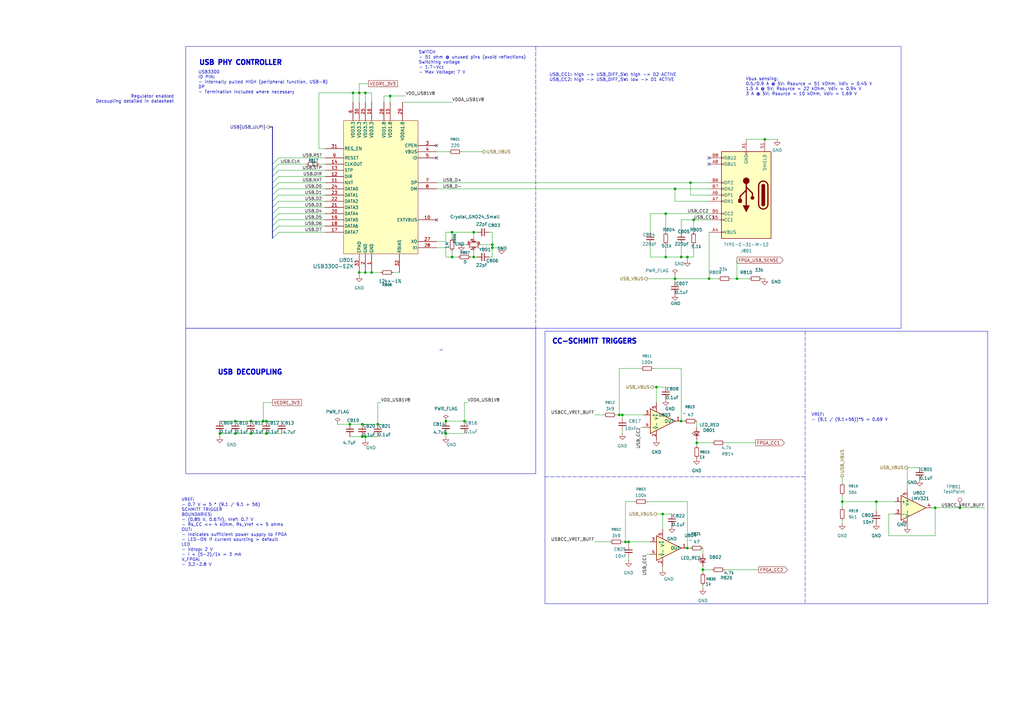
<source format=kicad_sch>
(kicad_sch (version 20250114) (generator "eeschema") (generator_version "9.0")
  (paper "A3")
  (rectangle (start 76.2 134.62) (end 219.71 194.31))
  (rectangle (start 223.52 135.89) (end 405.13 247.65))
  (rectangle (start 76.2 19.05) (end 369.57 134.62))
  (text "Vbus sensing: \n0.5/0.9 A @ 5V: Rsource = 51 kOhm, Vdiv = 0.45 V\n1.5 A @ 5V: Rsource = 22 kOhm, Vdiv = 0.94 V\n3 A @ 5V: Rsource = 10 kOhm, Vdiv = 1.69 V" (at 305.816 39.37 0) (effects (font (size 1.27 1.27)) (justify left bottom)))
  (text "VREF:\n- (9.1 / (9.1+56))*5 = 0.69 V\n" (at 332.74 172.974 0) (effects (font (size 1.27 1.27)) (justify left bottom)))
  (text "USB3300\nID PIN: \n- internally pulled HIGH (peripheral function, USB-B)\nDP\n- Termination included where necessary" (at 81.28 38.608 0) (effects (font (size 1.27 1.27)) (justify left bottom)))
  (text "USB_CC1: high -> USB_DIFF_SW: high -> D2 ACTIVE\nUSB_CC2: high -> USB_DIFF_SW: low -> D1 ACTIVE" (at 225.298 33.528 0) (effects (font (size 1.27 1.27)) (justify left bottom)))
  (text "VREF:\n- 0.7 V = 5 * (9.1 / 9.1 + 56)\nSCHMITT TRIGGER\nBOUNDARIES:\n- (0.85 V, 0.67V), Vref: 0.7 V\n- Rs_CC <= 4 kOhm, Rs_Vref <= 5 ohms\nOUT:\n- Indicates sufficient power supply to FPGA\n- LED-ON if current sourcing > default\nLED\n- Vdrop: 2 V\n- I = (5-2)/1k = 3 mA\nV_FPGA:\n- 3.2-2.8 V" (at 74.422 232.41 0) (effects (font (size 1.27 1.27)) (justify left bottom)))
  (text "Regulator enabled\nDecoupling detailed in datasheet" (at 71.374 42.418 0) (effects (font (size 1.27 1.27)) (justify right bottom)))
  (text "SWITCH\n- 51 ohm @ unused pins (avoid reflections)\nSwitching voltage\n- 1.7-Vcc\n- Max Voltage: 7 V" (at 171.704 30.48 0) (effects (font (size 1.27 1.27)) (justify left bottom)))
  (text_box "USB PHY CONTROLLER" (at 80.01 22.86 0) (size 48.26 5.08) (margins 1.4999 1.4999 1.4999 1.4999) (stroke (width -0.0001)) (effects (font (size 2 2) (thickness 2) (bold yes)) (justify left top)))
  (text_box "USB DECOUPLING" (at 87.63 149.86 0) (size 48.26 5.08) (margins 1.4999 1.4999 1.4999 1.4999) (stroke (width -0.0001)) (effects (font (size 2 2) (thickness 2) (bold yes)) (justify left top)))
  (text_box "CC-SCHMITT TRIGGERS" (at 224.79 137.16 0) (size 48.26 5.08) (margins 1.4999 1.4999 1.4999 1.4999) (stroke (width -0.0001)) (effects (font (size 2 2) (thickness 2) (bold yes)) (justify left top)))
  (junction (at 182.88 177.8))
  (junction (at 281.94 105.41))
  (junction (at 96.52 172.72))
  (junction (at 313.69 57.15))
  (junction (at 96.52 177.8))
  (junction (at 273.05 105.41))
  (junction (at 279.4 105.41))
  (junction (at 285.75 181.61))
  (junction (at 201.93 101.6))
  (junction (at 393.7 208.28))
  (junction (at 302.26 114.3))
  (junction (at 283.21 74.93))
  (junction (at 149.86 111.76))
  (junction (at 194.31 105.41))
  (junction (at 345.44 205.74))
  (junction (at 148.59 173.99))
  (junction (at 109.22 177.8))
  (junction (at 148.59 179.07))
  (junction (at 359.41 205.74))
  (junction (at 102.87 172.72))
  (junction (at 288.29 233.68))
  (junction (at 194.31 95.25))
  (junction (at 147.32 38.1))
  (junction (at 279.4 172.72))
  (junction (at 185.42 95.25))
  (junction (at 190.5 172.72))
  (junction (at 201.93 100.33))
  (junction (at 143.51 173.99))
  (junction (at 102.87 177.8))
  (junction (at 256.54 222.25))
  (junction (at 257.81 222.25))
  (junction (at 147.32 111.76))
  (junction (at 281.94 224.79))
  (junction (at 144.78 38.1))
  (junction (at 182.88 172.72))
  (junction (at 152.4 111.76))
  (junction (at 255.27 170.18))
  (junction (at 107.95 172.72))
  (junction (at 276.86 77.47))
  (junction (at 154.94 173.99))
  (junction (at 273.05 87.63))
  (junction (at 271.78 210.82))
  (junction (at 149.86 38.1))
  (junction (at 269.24 158.75))
  (junction (at 290.83 114.3))
  (junction (at 90.17 177.8))
  (junction (at 149.86 179.07))
  (junction (at 109.22 172.72))
  (junction (at 276.86 114.3))
  (junction (at 254 170.18))
  (junction (at 383.54 208.28))
  (junction (at 185.42 105.41))
  (junction (at 160.02 39.37))
  (junction (at 284.48 90.17))
  (no_connect (at 290.83 64.77))
  (no_connect (at 179.07 59.69))
  (no_connect (at 290.83 67.31))
  (no_connect (at 179.07 64.77))
  (no_connect (at 179.07 90.17))
  (bus_entry (at 114.3 85.09) (size -2.54 2.54))
  (bus_entry (at 114.3 90.17) (size -2.54 2.54))
  (bus_entry (at 114.3 92.71) (size -2.54 2.54))
  (bus_entry (at 114.3 64.77) (size -2.54 2.54))
  (bus_entry (at 114.3 77.47) (size -2.54 2.54))
  (bus_entry (at 114.3 69.85) (size -2.54 2.54))
  (bus_entry (at 114.3 80.01) (size -2.54 2.54))
  (bus_entry (at 114.3 74.93) (size -2.54 2.54))
  (bus_entry (at 114.3 67.31) (size -2.54 2.54))
  (bus_entry (at 114.3 87.63) (size -2.54 2.54))
  (bus_entry (at 114.3 95.25) (size -2.54 2.54))
  (bus_entry (at 114.3 72.39) (size -2.54 2.54))
  (bus_entry (at 114.3 82.55) (size -2.54 2.54))
  (wire (pts (xy 196.85 100.33) (xy 201.93 100.33)))
  (wire (pts (xy 133.35 74.93) (xy 114.3 74.93)))
  (wire (pts (xy 283.21 224.79) (xy 281.94 224.79)))
  (wire (pts (xy 149.86 38.1) (xy 149.86 41.91)))
  (wire (pts (xy 157.48 39.37) (xy 157.48 41.91)))
  (wire (pts (xy 96.52 177.8) (xy 102.87 177.8)))
  (wire (pts (xy 182.88 99.06) (xy 179.07 99.06)))
  (wire (pts (xy 165.1 41.91) (xy 185.42 41.91)))
  (wire (pts (xy 285.75 181.61) (xy 292.1 181.61)))
  (wire (pts (xy 149.86 180.34) (xy 149.86 179.07)))
  (bus (pts (xy 111.76 69.85) (xy 111.76 72.39)))
  (wire (pts (xy 182.88 177.8) (xy 182.88 179.07)))
  (wire (pts (xy 190.5 165.1) (xy 190.5 172.72)))
  (wire (pts (xy 364.49 210.82) (xy 367.03 210.82)))
  (wire (pts (xy 271.78 210.82) (xy 275.59 210.82)))
  (wire (pts (xy 111.76 165.1) (xy 107.95 165.1)))
  (wire (pts (xy 243.84 222.25) (xy 250.19 222.25)))
  (bus (pts (xy 111.76 92.71) (xy 111.76 95.25)))
  (wire (pts (xy 255.27 170.18) (xy 255.27 171.45)))
  (wire (pts (xy 147.32 38.1) (xy 144.78 38.1)))
  (wire (pts (xy 345.44 203.2) (xy 345.44 205.74)))
  (wire (pts (xy 285.75 180.34) (xy 285.75 181.61)))
  (wire (pts (xy 359.41 205.74) (xy 367.03 205.74)))
  (wire (pts (xy 160.02 39.37) (xy 160.02 41.91)))
  (wire (pts (xy 156.21 165.1) (xy 154.94 165.1)))
  (bus (pts (xy 111.76 92.71) (xy 111.76 90.17)))
  (wire (pts (xy 279.4 105.41) (xy 281.94 105.41)))
  (wire (pts (xy 195.58 95.25) (xy 194.31 95.25)))
  (wire (pts (xy 147.32 111.76) (xy 149.86 111.76)))
  (wire (pts (xy 187.96 105.41) (xy 185.42 105.41)))
  (wire (pts (xy 281.94 105.41) (xy 281.94 106.68)))
  (wire (pts (xy 182.88 172.72) (xy 190.5 172.72)))
  (wire (pts (xy 182.88 101.6) (xy 179.07 101.6)))
  (wire (pts (xy 109.22 177.8) (xy 115.57 177.8)))
  (wire (pts (xy 256.54 222.25) (xy 255.27 222.25)))
  (bus (pts (xy 110.49 52.07) (xy 111.76 52.07)))
  (wire (pts (xy 267.97 158.75) (xy 269.24 158.75)))
  (wire (pts (xy 288.29 233.68) (xy 288.29 234.95)))
  (wire (pts (xy 185.42 102.87) (xy 185.42 105.41)))
  (wire (pts (xy 345.44 205.74) (xy 359.41 205.74)))
  (wire (pts (xy 260.35 205.74) (xy 256.54 205.74)))
  (wire (pts (xy 185.42 95.25) (xy 182.88 95.25)))
  (wire (pts (xy 265.43 227.33) (xy 266.7 227.33)))
  (wire (pts (xy 290.83 82.55) (xy 276.86 82.55)))
  (wire (pts (xy 102.87 172.72) (xy 107.95 172.72)))
  (wire (pts (xy 269.24 158.75) (xy 273.05 158.75)))
  (wire (pts (xy 284.48 90.17) (xy 290.83 90.17)))
  (wire (pts (xy 201.93 101.6) (xy 201.93 105.41)))
  (wire (pts (xy 201.93 95.25) (xy 201.93 100.33)))
  (wire (pts (xy 284.48 100.33) (xy 284.48 105.41)))
  (wire (pts (xy 191.77 100.33) (xy 189.23 100.33)))
  (bus (pts (xy 111.76 85.09) (xy 111.76 82.55)))
  (bus (pts (xy 111.76 82.55) (xy 111.76 80.01)))
  (wire (pts (xy 133.35 64.77) (xy 114.3 64.77)))
  (wire (pts (xy 254 170.18) (xy 252.73 170.18)))
  (wire (pts (xy 182.88 95.25) (xy 182.88 99.06)))
  (wire (pts (xy 276.86 77.47) (xy 290.83 77.47)))
  (wire (pts (xy 276.86 114.3) (xy 276.86 113.03)))
  (wire (pts (xy 284.48 105.41) (xy 281.94 105.41)))
  (wire (pts (xy 149.86 179.07) (xy 154.94 179.07)))
  (wire (pts (xy 284.48 90.17) (xy 284.48 95.25)))
  (wire (pts (xy 152.4 41.91) (xy 152.4 38.1)))
  (wire (pts (xy 257.81 222.25) (xy 257.81 223.52)))
  (wire (pts (xy 285.75 175.26) (xy 285.75 172.72)))
  (wire (pts (xy 109.22 172.72) (xy 115.57 172.72)))
  (wire (pts (xy 302.26 114.3) (xy 307.34 114.3)))
  (wire (pts (xy 138.43 173.99) (xy 143.51 173.99)))
  (wire (pts (xy 267.97 151.13) (xy 279.4 151.13)))
  (wire (pts (xy 273.05 105.41) (xy 279.4 105.41)))
  (wire (pts (xy 262.89 175.26) (xy 264.16 175.26)))
  (wire (pts (xy 255.27 170.18) (xy 264.16 170.18)))
  (wire (pts (xy 185.42 105.41) (xy 182.88 105.41)))
  (wire (pts (xy 114.3 82.55) (xy 133.35 82.55)))
  (wire (pts (xy 359.41 205.74) (xy 359.41 209.55)))
  (wire (pts (xy 133.35 95.25) (xy 114.3 95.25)))
  (wire (pts (xy 297.18 233.68) (xy 311.15 233.68)))
  (wire (pts (xy 194.31 105.41) (xy 195.58 105.41)))
  (wire (pts (xy 265.43 114.3) (xy 276.86 114.3)))
  (bus (pts (xy 111.76 67.31) (xy 111.76 69.85)))
  (wire (pts (xy 133.35 85.09) (xy 114.3 85.09)))
  (wire (pts (xy 290.83 80.01) (xy 283.21 80.01)))
  (wire (pts (xy 279.4 100.33) (xy 279.4 105.41)))
  (wire (pts (xy 372.11 191.77) (xy 372.11 200.66)))
  (wire (pts (xy 130.81 38.1) (xy 144.78 38.1)))
  (wire (pts (xy 302.26 114.3) (xy 302.26 106.68)))
  (wire (pts (xy 265.43 205.74) (xy 281.94 205.74)))
  (wire (pts (xy 201.93 101.6) (xy 201.93 100.33)))
  (bus (pts (xy 111.76 80.01) (xy 111.76 77.47)))
  (wire (pts (xy 133.35 92.71) (xy 114.3 92.71)))
  (bus (pts (xy 111.76 87.63) (xy 111.76 85.09)))
  (wire (pts (xy 290.83 114.3) (xy 294.64 114.3)))
  (wire (pts (xy 393.7 208.28) (xy 403.86 208.28)))
  (wire (pts (xy 160.02 39.37) (xy 166.37 39.37)))
  (wire (pts (xy 256.54 205.74) (xy 256.54 222.25)))
  (wire (pts (xy 266.7 105.41) (xy 273.05 105.41)))
  (polyline (pts (xy 219.71 19.05) (xy 219.71 134.62)) (stroke (width 0) (type dash)))
  (wire (pts (xy 280.67 172.72) (xy 279.4 172.72)))
  (wire (pts (xy 254 170.18) (xy 255.27 170.18)))
  (wire (pts (xy 279.4 95.25) (xy 279.4 90.17)))
  (wire (pts (xy 288.29 232.41) (xy 288.29 233.68)))
  (wire (pts (xy 147.32 111.76) (xy 147.32 113.03)))
  (wire (pts (xy 143.51 179.07) (xy 148.59 179.07)))
  (wire (pts (xy 279.4 90.17) (xy 284.48 90.17)))
  (wire (pts (xy 133.35 69.85) (xy 114.3 69.85)))
  (polyline (pts (xy 234.95 306.07) (xy 346.71 306.07)) (stroke (width 0) (type dash)))
  (wire (pts (xy 288.29 227.33) (xy 288.29 224.79)))
  (wire (pts (xy 297.18 181.61) (xy 309.88 181.61)))
  (wire (pts (xy 90.17 177.8) (xy 96.52 177.8)))
  (wire (pts (xy 281.94 205.74) (xy 281.94 224.79)))
  (wire (pts (xy 257.81 228.6) (xy 257.81 229.87)))
  (wire (pts (xy 266.7 95.25) (xy 266.7 87.63)))
  (polyline (pts (xy 236.22 307.34) (xy 347.98 307.34)) (stroke (width 0) (type dash)))
  (wire (pts (xy 152.4 38.1) (xy 149.86 38.1)))
  (wire (pts (xy 383.54 219.71) (xy 364.49 219.71)))
  (bus (pts (xy 111.76 95.25) (xy 111.76 97.79)))
  (wire (pts (xy 144.78 38.1) (xy 144.78 41.91)))
  (wire (pts (xy 201.93 101.6) (xy 205.74 101.6)))
  (wire (pts (xy 96.52 172.72) (xy 102.87 172.72)))
  (wire (pts (xy 102.87 177.8) (xy 109.22 177.8)))
  (wire (pts (xy 290.83 95.25) (xy 290.83 114.3)))
  (wire (pts (xy 273.05 87.63) (xy 290.83 87.63)))
  (wire (pts (xy 200.66 95.25) (xy 201.93 95.25)))
  (wire (pts (xy 147.32 38.1) (xy 147.32 41.91)))
  (wire (pts (xy 273.05 87.63) (xy 273.05 95.25)))
  (wire (pts (xy 306.07 57.15) (xy 313.69 57.15)))
  (wire (pts (xy 133.35 80.01) (xy 114.3 80.01)))
  (wire (pts (xy 283.21 74.93) (xy 290.83 74.93)))
  (wire (pts (xy 243.84 170.18) (xy 247.65 170.18)))
  (wire (pts (xy 262.89 151.13) (xy 254 151.13)))
  (wire (pts (xy 383.54 208.28) (xy 393.7 208.28)))
  (wire (pts (xy 152.4 111.76) (xy 156.21 111.76)))
  (bus (pts (xy 111.76 72.39) (xy 111.76 74.93)))
  (wire (pts (xy 283.21 74.93) (xy 283.21 80.01)))
  (wire (pts (xy 107.95 172.72) (xy 109.22 172.72)))
  (wire (pts (xy 151.13 34.29) (xy 147.32 34.29)))
  (wire (pts (xy 288.29 233.68) (xy 292.1 233.68)))
  (wire (pts (xy 271.78 233.68) (xy 271.78 232.41)))
  (wire (pts (xy 279.4 151.13) (xy 279.4 172.72)))
  (polyline (pts (xy 330.2 135.89) (xy 330.2 247.65)) (stroke (width 0) (type dash)))
  (wire (pts (xy 312.42 114.3) (xy 313.69 114.3)))
  (wire (pts (xy 179.07 62.23) (xy 184.15 62.23)))
  (wire (pts (xy 257.81 222.25) (xy 256.54 222.25)))
  (wire (pts (xy 364.49 210.82) (xy 364.49 219.71)))
  (wire (pts (xy 255.27 176.53) (xy 255.27 177.8)))
  (wire (pts (xy 90.17 172.72) (xy 96.52 172.72)))
  (wire (pts (xy 130.81 67.31) (xy 133.35 67.31)))
  (wire (pts (xy 149.86 179.07) (xy 148.59 179.07)))
  (wire (pts (xy 276.86 114.3) (xy 290.83 114.3)))
  (polyline (pts (xy 180.34 143.51) (xy 181.61 143.51)))
  (wire (pts (xy 299.72 114.3) (xy 302.26 114.3)))
  (wire (pts (xy 285.75 181.61) (xy 285.75 182.88)))
  (wire (pts (xy 133.35 77.47) (xy 114.3 77.47)))
  (wire (pts (xy 266.7 100.33) (xy 266.7 105.41)))
  (wire (pts (xy 149.86 38.1) (xy 147.32 38.1)))
  (wire (pts (xy 147.32 34.29) (xy 147.32 38.1)))
  (polyline (pts (xy 223.52 195.58) (xy 330.2 195.58)) (stroke (width 0) (type dash)))
  (wire (pts (xy 269.24 210.82) (xy 271.78 210.82)))
  (wire (pts (xy 133.35 87.63) (xy 114.3 87.63)))
  (wire (pts (xy 143.51 173.99) (xy 148.59 173.99)))
  (wire (pts (xy 133.35 72.39) (xy 114.3 72.39)))
  (wire (pts (xy 194.31 95.25) (xy 194.31 97.79)))
  (wire (pts (xy 189.23 62.23) (xy 198.12 62.23)))
  (wire (pts (xy 133.35 90.17) (xy 114.3 90.17)))
  (wire (pts (xy 179.07 77.47) (xy 276.86 77.47)))
  (wire (pts (xy 254 151.13) (xy 254 170.18)))
  (wire (pts (xy 271.78 210.82) (xy 271.78 217.17)))
  (wire (pts (xy 160.02 39.37) (xy 157.48 39.37)))
  (wire (pts (xy 130.81 60.96) (xy 130.81 38.1)))
  (wire (pts (xy 133.35 60.96) (xy 130.81 60.96)))
  (wire (pts (xy 114.3 67.31) (xy 125.73 67.31)))
  (wire (pts (xy 345.44 213.36) (xy 345.44 214.63)))
  (wire (pts (xy 345.44 195.58) (xy 345.44 198.12)))
  (wire (pts (xy 273.05 100.33) (xy 273.05 105.41)))
  (wire (pts (xy 154.94 165.1) (xy 154.94 173.99)))
  (wire (pts (xy 276.86 77.47) (xy 276.86 82.55)))
  (bus (pts (xy 111.76 87.63) (xy 111.76 90.17)))
  (wire (pts (xy 148.59 173.99) (xy 154.94 173.99)))
  (wire (pts (xy 372.11 191.77) (xy 377.19 191.77)))
  (wire (pts (xy 313.69 57.15) (xy 318.77 57.15)))
  (wire (pts (xy 185.42 95.25) (xy 185.42 97.79)))
  (wire (pts (xy 383.54 219.71) (xy 383.54 208.28)))
  (wire (pts (xy 269.24 158.75) (xy 269.24 165.1)))
  (wire (pts (xy 182.88 101.6) (xy 182.88 105.41)))
  (wire (pts (xy 182.88 177.8) (xy 190.5 177.8)))
  (wire (pts (xy 149.86 111.76) (xy 152.4 111.76)))
  (wire (pts (xy 194.31 102.87) (xy 194.31 105.41)))
  (wire (pts (xy 266.7 87.63) (xy 273.05 87.63)))
  (wire (pts (xy 276.86 115.57) (xy 276.86 114.3)))
  (bus (pts (xy 111.76 74.93) (xy 111.76 77.47)))
  (bus (pts (xy 111.76 52.07) (xy 111.76 67.31)))
  (wire (pts (xy 345.44 205.74) (xy 345.44 208.28)))
  (wire (pts (xy 194.31 95.25) (xy 185.42 95.25)))
  (wire (pts (xy 191.77 165.1) (xy 190.5 165.1)))
  (wire (pts (xy 161.29 111.76) (xy 163.83 111.76)))
  (wire (pts (xy 288.29 241.3) (xy 288.29 240.03)))
  (wire (pts (xy 201.93 105.41) (xy 200.66 105.41)))
  (wire (pts (xy 383.54 208.28) (xy 382.27 208.28)))
  (wire (pts (xy 179.07 74.93) (xy 283.21 74.93)))
  (wire (pts (xy 90.17 179.07) (xy 90.17 177.8)))
  (wire (pts (xy 107.95 165.1) (xy 107.95 172.72)))
  (wire (pts (xy 257.81 222.25) (xy 266.7 222.25)))
  (wire (pts (xy 194.31 105.41) (xy 193.04 105.41)))
  (label "USB_CC2" (at 262.89 175.26 270))
  (label "USB.RST" (at 132.08 64.77 180))
  (label "USB_CC2" (at 281.94 87.63 0))
  (label "USBCC_VREF_BUFF" (at 403.86 208.28 180))
  (label "USBCC_VREF_BUFF" (at 243.84 222.25 180))
  (label "USB_D+" (at 181.61 74.93 0))
  (label "USB.D4" (at 132.08 87.63 180))
  (label "USB_CC1" (at 265.43 227.33 270))
  (label "USB.D6" (at 132.08 92.71 180))
  (label "USB_D-" (at 181.61 77.47 0))
  (label "USB.CLK" (at 123.19 67.31 180))
  (label "VDD_USB1V8" (at 156.21 165.1 0))
  (label "USBCC_VREF_BUFF" (at 243.84 170.18 180))
  (label "USB_CC1" (at 284.48 90.17 0))
  (label "USB.D7" (at 132.08 95.25 180))
  (label "USB.D5" (at 132.08 90.17 180))
  (label "VDD_USB1V8" (at 166.37 39.37 0))
  (label "USB.DIR" (at 132.08 72.39 180))
  (label "USB.D2" (at 132.08 82.55 180))
  (label "USB.STP" (at 132.08 69.85 180))
  (label "USB.D3" (at 132.08 85.09 180))
  (label "VDDA_USB1V8" (at 191.77 165.1 0))
  (label "VDDA_USB1V8" (at 185.42 41.91 0))
  (label "USB.D0" (at 132.08 77.47 180))
  (label "USB.NXT" (at 132.08 74.93 180))
  (label "USB.D1" (at 132.08 80.01 180))
  (global_label "VCORE_3V3" (shape passive) (at 111.76 165.1 0) (property "Intersheetrefs" "${INTERSHEET_REFS}" (effects (hide yes))))
  (global_label "FPGA_CC2" (shape output) (at 311.15 233.68 0) (property "Intersheetrefs" "${INTERSHEET_REFS}" (effects (hide yes))))
  (global_label "FPGA_CC1" (shape output) (at 309.88 181.61 0) (property "Intersheetrefs" "${INTERSHEET_REFS}" (effects (hide yes))))
  (global_label "FPGA_USB_SENSE" (shape output) (at 302.26 106.68 0) (property "Intersheetrefs" "${INTERSHEET_REFS}" (effects (hide yes))))
  (global_label "VCORE_3V3" (shape passive) (at 151.13 34.29 0) (property "Intersheetrefs" "${INTERSHEET_REFS}" (effects (hide yes))))
  (hierarchical_label "USB{USB_ULPI}" (shape output) (at 110.49 52.07 180))
  (hierarchical_label "USB_VBUS" (shape output) (at 269.24 210.82 180))
  (hierarchical_label "USB_VBUS" (shape output) (at 198.12 62.23 0))
  (hierarchical_label "USB_VBUS" (shape output) (at 345.44 195.58 90))
  (hierarchical_label "USB_VBUS" (shape output) (at 265.43 114.3 180))
  (hierarchical_label "USB_VBUS" (shape output) (at 267.97 158.75 180))
  (hierarchical_label "USB_VBUS" (shape output) (at 372.11 191.77 180))
  (symbol (lib_id "Device:R_Small") (at 283.21 172.72 270) (mirror x) (unit 1)
    (property "Reference" "R813" (at 282.956 166.878 90) (effects (font (size 1.016 1.016))))
    (property "Value" "47" (at 283.21 170.18 90))
    (property "Footprint" "Resistor_SMD:R_0603_1608Metric" (effects (hide yes)))
    (property "Datasheet" "https://jlcpcb.com/api/file/downloadByFileSystemAccessId/8579706226143518720" (effects (hide yes)))
    (property "Description" "Resistor, small symbol" (effects (hide yes)))
    (property "LPN" "C23182" (effects (hide yes)))
    (property "MPN" "0603WAF470JT5E" (effects (hide yes)))
  )
  (symbol (lib_id "Device:R_Small") (at 297.18 114.3 90) (unit 1)
    (property "Reference" "R809" (at 295.91 111.76 90) (effects (justify left)))
    (property "Value" "33k" (at 298.45 110.49 90) (effects (justify left)))
    (property "Footprint" "Resistor_SMD:R_0603_1608Metric" (effects (hide yes)))
    (property "Description" "Resistor, small symbol" (effects (hide yes)))
    (property "MPN" "0603WAF3302T5E" (effects (hide yes)))
    (property "LPN" "C4216" (effects (hide yes)))
  )
  (symbol (lib_id "Device:C_Small") (at 275.59 213.36 0) (unit 1)
    (property "Reference" "C822" (at 275.844 211.582 0) (effects (justify left)))
    (property "Value" "0.1uF" (at 275.59 215.138 0) (effects (justify left)))
    (property "Footprint" "Capacitor_SMD:C_0201_0603Metric" (effects (hide yes)))
    (property "Datasheet" "https://jlcpcb.com/api/file/downloadByFileSystemAccessId/8603345729432014848" (effects (hide yes)))
    (property "Description" "X7R" (effects (hide yes)))
    (property "LPN" "C22435929" (effects (hide yes)))
    (property "MPN" "CGA0201X7R104K160ET " (effects (hide yes)))
  )
  (symbol (lib_id "Device:C_Small") (at 154.94 176.53 0) (unit 1)
    (property "Reference" "C821" (at 155.194 174.752 0) (effects (justify left)))
    (property "Value" "0.1uF" (at 154.94 178.308 0) (effects (justify left)))
    (property "Footprint" "Capacitor_SMD:C_0201_0603Metric" (effects (hide yes)))
    (property "Datasheet" "https://jlcpcb.com/api/file/downloadByFileSystemAccessId/8603345729432014848" (effects (hide yes)))
    (property "Description" "X7R" (effects (hide yes)))
    (property "LPN" "C22435929" (effects (hide yes)))
    (property "MPN" "CGA0201X7R104K160ET " (effects (hide yes)))
  )
  (symbol (lib_id "power:GND") (at 276.86 120.65 0) (unit 1)
    (property "Reference" "#PWR0810" (effects (hide yes)))
    (property "Value" "GND" (at 277.114 124.46 0))
    (property "Description" "Power symbol creates a global label with name \"GND\" , ground" (effects (hide yes)))
  )
  (symbol (lib_id "Device:R_Small") (at 285.75 185.42 0) (unit 1)
    (property "Reference" "R815" (at 287.02 185.42 0) (effects (font (size 1.016 1.016)) (justify left)))
    (property "Value" "1k" (at 286.766 187.452 0) (effects (justify left)))
    (property "Footprint" "Resistor_SMD:R_0603_1608Metric" (effects (hide yes)))
    (property "Datasheet" "https://jlcpcb.com/api/file/downloadByFileSystemAccessId/8579706098733010944" (effects (hide yes)))
    (property "Description" "Resistor, small symbol" (effects (hide yes)))
    (property "LPN" "C21190" (effects (hide yes)))
    (property "MPN" "0603WAF1001T5E " (effects (hide yes)))
  )
  (symbol (lib_id "Device:C_Small") (at 96.52 175.26 0) (unit 1)
    (property "Reference" "C810" (at 96.774 173.482 0) (effects (justify left)))
    (property "Value" "0.1uF" (at 96.52 177.038 0) (effects (justify left)))
    (property "Footprint" "Capacitor_SMD:C_0201_0603Metric" (effects (hide yes)))
    (property "Datasheet" "https://jlcpcb.com/api/file/downloadByFileSystemAccessId/8603345729432014848" (effects (hide yes)))
    (property "Description" "X7R" (effects (hide yes)))
    (property "LPN" "C22435929" (effects (hide yes)))
    (property "MPN" "CGA0201X7R104K160ET " (effects (hide yes)))
  )
  (symbol (lib_id "Device:R_Small") (at 190.5 105.41 270) (mirror x) (unit 1)
    (property "Reference" "R807" (at 190.754 103.632 90) (effects (font (size 1.016 1.016))))
    (property "Value" "0" (at 190.754 107.442 90))
    (property "Footprint" "Resistor_SMD:R_0402_1005Metric_Pad0.72x0.64mm_HandSolder" (effects (hide yes)))
    (property "Description" "Resistor, small symbol" (effects (hide yes)))
    (property "LPN" "C17168" (effects (hide yes)))
    (property "MPN" "0402WGF0000TCE" (effects (hide yes)))
  )
  (symbol (lib_id "Device:R_Small") (at 345.44 210.82 180) (unit 1)
    (property "Reference" "R818" (at 347.98 209.5499 0) (effects (font (size 1.016 1.016)) (justify right)))
    (property "Value" "9k1" (at 347.98 212.0899 0) (effects (justify right)))
    (property "Footprint" "Resistor_SMD:R_0603_1608Metric_Pad0.98x0.95mm_HandSolder" (effects (hide yes)))
    (property "Description" "Resistor, small symbol" (effects (hide yes)))
    (property "MPN" "0603WAF9101T5E" (effects (hide yes)))
    (property "LPN" "C23260" (effects (hide yes)))
  )
  (symbol (lib_id "Device:R_Small") (at 309.88 114.3 90) (unit 1)
    (property "Reference" "R810" (at 308.61 111.76 90) (effects (justify left)))
    (property "Value" "33k" (at 313.182 110.744 90) (effects (justify left)))
    (property "Footprint" "Resistor_SMD:R_0603_1608Metric" (effects (hide yes)))
    (property "Description" "Resistor, small symbol" (effects (hide yes)))
    (property "Manufacturing part number" "0603WAF3302T5E" (effects (hide yes)))
    (property "LPN" "C4216" (effects (hide yes)))
    (property "MPN" "0603WAF3302T5E" (effects (hide yes)))
  )
  (symbol (lib_id "power:GND") (at 281.94 106.68 0) (unit 1)
    (property "Reference" "#PWR0807" (effects (hide yes)))
    (property "Value" "GND" (at 278.638 108.204 0))
    (property "Description" "Power symbol creates a global label with name \"GND\" , ground" (effects (hide yes)))
  )
  (symbol (lib_id "iw-phyctrl:USB3300-EZK") (at 193.04 53.34 0) (mirror y) (unit 1)
    (property "Reference" "U801" (at 145.1767 106.68 0) (effects (font (size 1.524 1.524)) (justify left)))
    (property "Value" "USB3300-EZK" (at 145.1767 109.22 0) (effects (font (size 1.524 1.524)) (justify left)))
    (property "Footprint" "iw-phyctrl:QFN32_5X5MC_MCH" (effects (hide yes)))
    (property "Datasheet" "USB3300-EZK" (effects (hide yes)))
    (property "LPN" "C108383" (effects (hide yes)))
    (property "MPN" "USB3300-EZK-TR " (effects (hide yes)))
  )
  (symbol (lib_id "iw-analog:COS3201") (at 276.86 172.72 0) (unit 1)
    (property "Reference" "U803" (at 272.542 170.18 0))
    (property "Value" "~" (at 280.67 169.4749 0))
    (property "Footprint" "Package_TO_SOT_SMD:SOT-23-5" (effects (hide yes)))
    (property "Datasheet" "https://xonstorage.blob.core.windows.net/pdf/cosine_cos3201tr_apr22_xonlink.pdf" (effects (hide yes)))
    (property "LPN" "C3035955" (effects (hide yes)))
    (property "MPN" "COS3201TR" (effects (hide yes)))
  )
  (symbol (lib_id "power:GND") (at 257.81 229.87 0) (unit 1)
    (property "Reference" "#PWR0822" (effects (hide yes)))
    (property "Value" "GND" (at 257.81 234.95 0))
    (property "Description" "Power symbol creates a global label with name \"GND\" , ground" (effects (hide yes)))
  )
  (symbol (lib_id "power:PWR_FLAG") (at 182.88 172.72 0) (unit 1)
    (property "Reference" "#FLG0802" (effects (hide yes)))
    (property "Value" "PWR_FLAG" (at 182.88 167.64 0))
    (property "Description" "Special symbol for telling ERC where power comes from" (effects (hide yes)))
  )
  (symbol (lib_id "power:GND") (at 345.44 214.63 0) (unit 1)
    (property "Reference" "#PWR0818" (effects (hide yes)))
    (property "Value" "GND" (at 345.44 219.71 0))
    (property "Description" "Power symbol creates a global label with name \"GND\" , ground" (effects (hide yes)))
  )
  (symbol (lib_id "Connector:TestPoint") (at 393.7 208.28 0) (unit 1)
    (property "Reference" "TP801" (at 388.112 199.644 0) (effects (justify left)))
    (property "Value" "TestPoint" (at 386.842 201.676 0) (effects (justify left)))
    (property "Footprint" "TestPoint:TestPoint_Loop_D1.80mm_Drill1.0mm_Beaded" (effects (hide yes)))
    (property "Description" "test point" (effects (hide yes)))
  )
  (symbol (lib_id "Device:R_Small") (at 128.27 67.31 270) (mirror x) (unit 1)
    (property "Reference" "R817" (at 128.524 65.786 90) (effects (font (size 1.016 1.016))))
    (property "Value" "0" (at 128.524 67.31 90))
    (property "Footprint" "Resistor_SMD:R_0603_1608Metric" (effects (hide yes)))
    (property "Datasheet" "https://jlcpcb.com/api/file/downloadByFileSystemAccessId/8579706226143518720" (effects (hide yes)))
    (property "Description" "Resistor, small symbol" (effects (hide yes)))
    (property "LPN" "C21189" (effects (hide yes)))
    (property "MPN" "0603WAF0000T5E" (effects (hide yes)))
  )
  (symbol (lib_id "Device:R_Small") (at 158.75 111.76 90) (mirror x) (unit 1)
    (property "Reference" "R808" (at 158.75 116.84 90) (effects (font (size 1.016 1.016))))
    (property "Value" "12k+-1%" (at 160.02 115.316 90))
    (property "Footprint" "Resistor_SMD:R_0603_1608Metric" (effects (hide yes)))
    (property "Description" "12k, should be 12.1k" (effects (hide yes)))
    (property "LPN" "C22790" (effects (hide yes)))
    (property "MPN" "0603WAF1202T5E" (effects (hide yes)))
  )
  (symbol (lib_id "power:GND") (at 269.24 180.34 0) (unit 1)
    (property "Reference" "#PWR0816" (effects (hide yes)))
    (property "Value" "GND" (at 269.24 185.42 0))
    (property "Description" "Power symbol creates a global label with name \"GND\" , ground" (effects (hide yes)))
  )
  (symbol (lib_id "Device:R_Small") (at 262.89 205.74 90) (unit 1)
    (property "Reference" "R803" (at 262.89 200.66 90) (effects (font (size 1.016 1.016))))
    (property "Value" "100k" (at 262.89 203.2 90))
    (property "Footprint" "Resistor_SMD:R_0603_1608Metric_Pad0.98x0.95mm_HandSolder" (effects (hide yes)))
    (property "Datasheet" "https://jlcpcb.com/api/file/downloadByFileSystemAccessId/8579706350726930432" (effects (hide yes)))
    (property "Description" "Resistor, small symbol" (effects (hide yes)))
    (property "LPN" "C25803" (effects (hide yes)))
    (property "MPN" "0603WAF1003T5E" (effects (hide yes)))
  )
  (symbol (lib_id "Device:R_Small") (at 285.75 224.79 270) (mirror x) (unit 1)
    (property "Reference" "R821" (at 285.496 218.948 90) (effects (font (size 1.016 1.016))))
    (property "Value" "47" (at 285.75 222.25 90))
    (property "Footprint" "Resistor_SMD:R_0603_1608Metric" (effects (hide yes)))
    (property "Datasheet" "https://jlcpcb.com/api/file/downloadByFileSystemAccessId/8579706226143518720" (effects (hide yes)))
    (property "Description" "Resistor, small symbol" (effects (hide yes)))
    (property "LPN" "C23182" (effects (hide yes)))
    (property "MPN" "0603WAF470JT5E" (effects (hide yes)))
  )
  (symbol (lib_id "power:GND") (at 90.17 179.07 0) (unit 1)
    (property "Reference" "#PWR0812" (effects (hide yes)))
    (property "Value" "GND" (at 94.996 182.372 0))
    (property "Description" "Power symbol creates a global label with name \"GND\" , ground" (effects (hide yes)))
  )
  (symbol (lib_id "Device:C_Small") (at 90.17 175.26 0) (unit 1)
    (property "Reference" "C809" (at 90.424 173.482 0) (effects (justify left)))
    (property "Value" "0.1uF" (at 90.17 177.038 0) (effects (justify left)))
    (property "Footprint" "Capacitor_SMD:C_0201_0603Metric" (effects (hide yes)))
    (property "Datasheet" "https://jlcpcb.com/api/file/downloadByFileSystemAccessId/8603345729432014848" (effects (hide yes)))
    (property "Description" "X7R" (effects (hide yes)))
    (property "LPN" "C22435929" (effects (hide yes)))
    (property "MPN" "CGA0201X7R104K160ET " (effects (hide yes)))
  )
  (symbol (lib_id "Device:LED_Small") (at 288.29 229.87 90) (unit 1)
    (property "Reference" "D802" (at 290.83 228.5364 90) (effects (justify right)))
    (property "Value" "LED_RED" (at 279.146 228.854 90) (effects (justify right)))
    (property "Footprint" "LED_SMD:LED_0603_1608Metric" (effects (hide yes)))
    (property "Datasheet" "https://jlcpcb.com/api/file/downloadByFileSystemAccessId/8550723991833485312" (effects (hide yes)))
    (property "Description" "Vf: 1.9-2.2V" (effects (hide yes)))
    (property "Sim.Pin" "1=K 2=A" (effects (hide yes)))
    (property "LPN" "C2286" (effects (hide yes)))
    (property "MPN" "KT-0603R " (effects (hide yes)))
  )
  (symbol (lib_id "Device:C_Small") (at 190.5 175.26 0) (unit 1)
    (property "Reference" "C816" (at 190.754 173.482 0) (effects (justify left)))
    (property "Value" "0.1uF" (at 190.5 177.038 0) (effects (justify left)))
    (property "Footprint" "Capacitor_SMD:C_0201_0603Metric" (effects (hide yes)))
    (property "Datasheet" "https://jlcpcb.com/api/file/downloadByFileSystemAccessId/8603345729432014848" (effects (hide yes)))
    (property "Description" "X7R" (effects (hide yes)))
    (property "LPN" "C22435929" (effects (hide yes)))
    (property "MPN" "CGA0201X7R104K160ET " (effects (hide yes)))
  )
  (symbol (lib_id "power:GND") (at 318.77 57.15 0) (unit 1)
    (property "Reference" "#PWR0801" (effects (hide yes)))
    (property "Value" "GND" (at 318.77 61.595 0))
    (property "Description" "Power symbol creates a global label with name \"GND\" , ground" (effects (hide yes)))
  )
  (symbol (lib_id "Device:R_Small") (at 252.73 222.25 90) (unit 1)
    (property "Reference" "R802" (at 252.73 217.17 90) (effects (font (size 1.016 1.016))))
    (property "Value" "3k9" (at 252.73 219.71 90))
    (property "Footprint" "Resistor_SMD:R_0603_1608Metric_Pad0.98x0.95mm_HandSolder" (effects (hide yes)))
    (property "Description" "Resistor, small symbol" (effects (hide yes)))
    (property "MPN" "0603WAF3901T5E" (effects (hide yes)))
    (property "LPN" "C23018" (effects (hide yes)))
  )
  (symbol (lib_id "Device:C_Small") (at 198.12 105.41 270) (mirror x) (unit 1)
    (property "Reference" "C806" (at 201.93 106.934 90))
    (property "Value" "22pF" (at 197.612 108.712 90))
    (property "Footprint" "Capacitor_SMD:C_0402_1005Metric" (effects (hide yes)))
    (property "Datasheet" "https://jlcpcb.com/api/file/downloadByFileSystemAccessId/8579707297419231232" (effects (hide yes)))
    (property "Description" "C0G, +-5%" (effects (hide yes)))
    (property "MPN" "0402CG220J500NT" (effects (hide yes)))
    (property "LPN" "C1555" (effects (hide yes)))
  )
  (symbol (lib_id "Device:C_Small") (at 359.41 212.09 0) (unit 1)
    (property "Reference" "C802" (at 353.314 211.328 0) (effects (justify left)))
    (property "Value" "10nF" (at 358.648 214.122 0) (effects (justify right)))
    (property "Footprint" "Capacitor_SMD:C_0201_0603Metric" (effects (hide yes)))
    (property "Datasheet" "https://jlcpcb.com/api/file/downloadByFileSystemAccessId/8589040499521306624" (effects (hide yes)))
    (property "Description" "Unpolarized capacitor" (effects (hide yes)))
    (property "LPN" "C285010" (effects (hide yes)))
    (property "MPN" "0201B103K250NT" (effects (hide yes)))
  )
  (symbol (lib_id "power:GND") (at 273.05 163.83 0) (unit 1)
    (property "Reference" "#PWR0811" (effects (hide yes)))
    (property "Value" "GND" (at 274.828 167.64 0))
    (property "Description" "Power symbol creates a global label with name \"GND\" , ground" (effects (hide yes)))
  )
  (symbol (lib_id "Amplifier_Operational:LMV321") (at 374.65 208.28 0) (unit 1)
    (property "Reference" "U802" (at 376.936 202.184 0))
    (property "Value" "LMV321" (at 377.444 204.47 0))
    (property "Footprint" "Package_TO_SOT_SMD:SOT-23-5" (effects (hide yes)))
    (property "Datasheet" "http://www.ti.com/lit/ds/symlink/lmv324.pdf" (effects (hide yes)))
    (property "Description" "Low-Voltage Rail-to-Rail Output Operational Amplifiers, SOT-23-5/SC-70-5" (effects (hide yes)))
    (property "LPN" "C7972" (effects (hide yes)))
    (property "MPN" "LMV321IDBVR" (effects (hide yes)))
  )
  (symbol (lib_id "Device:R_Small") (at 186.69 62.23 270) (mirror x) (unit 1)
    (property "Reference" "R801" (at 186.69 57.15 90) (effects (font (size 1.016 1.016))))
    (property "Value" "220" (at 186.69 59.69 90))
    (property "Footprint" "Resistor_SMD:R_0603_1608Metric" (effects (hide yes)))
    (property "Datasheet" "https://jlcpcb.com/api/file/downloadByFileSystemAccessId/8579706178210742272" (effects (hide yes)))
    (property "Description" "Resistor, small symbol" (effects (hide yes)))
    (property "LPN" "C22962" (effects (hide yes)))
    (property "MPN" "0603WAF2200T5E" (effects (hide yes)))
  )
  (symbol (lib_id "Device:R_Small") (at 250.19 170.18 90) (unit 1)
    (property "Reference" "R812" (at 250.19 165.1 90) (effects (font (size 1.016 1.016))))
    (property "Value" "3k9" (at 250.19 167.64 90))
    (property "Footprint" "Resistor_SMD:R_0603_1608Metric_Pad0.98x0.95mm_HandSolder" (effects (hide yes)))
    (property "Description" "Resistor, small symbol" (effects (hide yes)))
    (property "MPN" "0603WAF3901T5E" (effects (hide yes)))
    (property "LPN" "C23018" (effects (hide yes)))
  )
  (symbol (lib_id "power:GND") (at 255.27 177.8 0) (unit 1)
    (property "Reference" "#PWR0814" (effects (hide yes)))
    (property "Value" "GND" (at 255.27 182.88 0))
    (property "Description" "Power symbol creates a global label with name \"GND\" , ground" (effects (hide yes)))
  )
  (symbol (lib_id "power:GND") (at 182.88 179.07 0) (unit 1)
    (property "Reference" "#PWR0813" (effects (hide yes)))
    (property "Value" "GND" (at 185.166 182.372 0))
    (property "Description" "Power symbol creates a global label with name \"GND\" , ground" (effects (hide yes)))
  )
  (symbol (lib_id "Device:C_Small") (at 273.05 161.29 0) (unit 1)
    (property "Reference" "C808" (at 273.304 159.512 0) (effects (justify left)))
    (property "Value" "0.1uF" (at 273.05 163.068 0) (effects (justify left)))
    (property "Footprint" "Capacitor_SMD:C_0201_0603Metric" (effects (hide yes)))
    (property "Datasheet" "https://jlcpcb.com/api/file/downloadByFileSystemAccessId/8603345729432014848" (effects (hide yes)))
    (property "Description" "X7R" (effects (hide yes)))
    (property "LPN" "C22435929" (effects (hide yes)))
    (property "MPN" "CGA0201X7R104K160ET " (effects (hide yes)))
  )
  (symbol (lib_id "iw-connector:TYPE-C-31-M-12") (at 306.07 80.01 180) (unit 1)
    (property "Reference" "J801" (at 306.07 102.87 0))
    (property "Value" "TYPE-C-31-M-12" (at 306.07 100.33 0))
    (property "Footprint" "Connector_USB:USB_C_Receptacle_HRO_TYPE-C-31-M-12" (effects (hide yes)))
    (property "Datasheet" "https://www.usb.org/sites/default/files/documents/usb_type-c.zip" (effects (hide yes)))
    (property "Description" "USB 2.0-only 16P Type-C Receptacle connector" (effects (hide yes)))
    (property "LPN" "C165948" (effects (hide yes)))
    (property "MPN" "TYPE-C-31-M-12 " (effects (hide yes)))
  )
  (symbol (lib_id "power:GND") (at 313.69 114.3 0) (unit 1)
    (property "Reference" "#PWR0809" (effects (hide yes)))
    (property "Value" "GND" (at 316.23 115.5699 0) (effects (justify left)))
    (property "Description" "Power symbol creates a global label with name \"GND\" , ground" (effects (hide yes)))
  )
  (symbol (lib_id "Device:C_Small") (at 148.59 176.53 0) (unit 1)
    (property "Reference" "C820" (at 148.844 174.752 0) (effects (justify left)))
    (property "Value" "0.1uF" (at 148.59 178.308 0) (effects (justify left)))
    (property "Footprint" "Capacitor_SMD:C_0201_0603Metric" (effects (hide yes)))
    (property "Datasheet" "https://jlcpcb.com/api/file/downloadByFileSystemAccessId/8603345729432014848" (effects (hide yes)))
    (property "Description" "X7R" (effects (hide yes)))
    (property "LPN" "C22435929" (effects (hide yes)))
    (property "MPN" "CGA0201X7R104K160ET " (effects (hide yes)))
  )
  (symbol (lib_id "Device:Crystal_GND24_Small") (at 194.31 100.33 270) (mirror x) (unit 1)
    (property "Reference" "Y801" (at 198.882 102.362 90))
    (property "Value" "Crystal_GND24_Small" (at 194.818 88.9 90))
    (property "Footprint" "Crystal:Crystal_SMD_3225-4Pin_3.2x2.5mm" (effects (hide yes)))
    (property "Datasheet" "https://jlcpcb.com/api/file/downloadByFileSystemAccessId/8588879164752973824" (effects (hide yes)))
    (property "Description" "Four pin crystal, GND on pins 2 and 4, small symbol" (effects (hide yes)))
    (property "LPN" "C15643" (effects (hide yes)))
    (property "MPN" "X322524MSB4SI" (effects (hide yes)))
  )
  (symbol (lib_id "power:PWR_FLAG") (at 276.86 113.03 0) (unit 1)
    (property "Reference" "#FLG0801" (effects (hide yes)))
    (property "Value" "PWR_FLAG" (at 269.494 110.998 0))
    (property "Description" "Special symbol for telling ERC where power comes from" (effects (hide yes)))
  )
  (symbol (lib_id "Device:LED_Small") (at 285.75 177.8 90) (unit 1)
    (property "Reference" "D801" (at 288.29 176.4664 90) (effects (justify right)))
    (property "Value" "LED_RED" (at 286.766 174.244 90) (effects (justify right)))
    (property "Footprint" "LED_SMD:LED_0603_1608Metric" (effects (hide yes)))
    (property "Datasheet" "https://jlcpcb.com/api/file/downloadByFileSystemAccessId/8550723991833485312" (effects (hide yes)))
    (property "Description" "Vf: 1.9-2.2V" (effects (hide yes)))
    (property "Sim.Pin" "1=K 2=A" (effects (hide yes)))
    (property "LPN" "C2286" (effects (hide yes)))
    (property "MPN" "KT-0603R " (effects (hide yes)))
  )
  (symbol (lib_id "iw-analog:COS3201") (at 279.4 224.79 0) (unit 1)
    (property "Reference" "U804" (at 283.21 219.6398 0))
    (property "Value" "~" (at 283.21 221.5449 0))
    (property "Footprint" "Package_TO_SOT_SMD:SOT-23-5" (effects (hide yes)))
    (property "Datasheet" "https://xonstorage.blob.core.windows.net/pdf/cosine_cos3201tr_apr22_xonlink.pdf" (effects (hide yes)))
    (property "LPN" "C3035955" (effects (hide yes)))
    (property "MPN" "COS3201TR" (effects (hide yes)))
  )
  (symbol (lib_id "Device:C_Small") (at 279.4 97.79 0) (unit 1)
    (property "Reference" "C805" (at 277.876 94.996 0) (effects (justify left)))
    (property "Value" "220pF" (at 276.606 100.076 0) (effects (justify left)))
    (property "Footprint" "Capacitor_SMD:C_0402_1005Metric" (effects (hide yes)))
    (property "Datasheet" "https://jlcpcb.com/api/file/downloadByFileSystemAccessId/8579707213092610048" (effects (hide yes)))
    (property "Description" "X7R" (effects (hide yes)))
    (property "LPN" "C1530" (effects (hide yes)))
    (property "MPN" "0402B221K500NT" (effects (hide yes)))
  )
  (symbol (lib_id "Device:R_Small") (at 185.42 100.33 0) (mirror x) (unit 1)
    (property "Reference" "R806" (at 186.436 97.79 90) (effects (font (size 1.016 1.016))))
    (property "Value" "1M" (at 183.388 100.584 90))
    (property "Footprint" "Resistor_SMD:R_0402_1005Metric" (effects (hide yes)))
    (property "Datasheet" "https://jlcpcb.com/api/file/downloadByFileSystemAccessId/8579705944068186112" (effects (hide yes)))
    (property "Description" "Resistor, small symbol" (effects (hide yes)))
    (property "LPN" "C26083" (effects (hide yes)))
    (property "MPN" "0402WGF1004TCE" (effects (hide yes)))
  )
  (symbol (lib_id "Device:C_Small") (at 198.12 95.25 270) (mirror x) (unit 1)
    (property "Reference" "C803" (at 202.692 92.456 90))
    (property "Value" "22pF" (at 197.612 91.948 90))
    (property "Footprint" "Capacitor_SMD:C_0402_1005Metric" (effects (hide yes)))
    (property "Datasheet" "https://jlcpcb.com/api/file/downloadByFileSystemAccessId/8579707297419231232" (effects (hide yes)))
    (property "Description" "C0G, +-5%" (effects (hide yes)))
    (property "MPN" "0402CG220J500NT" (effects (hide yes)))
    (property "LPN" "C1555" (effects (hide yes)))
  )
  (symbol (lib_id "power:GND") (at 359.41 214.63 0) (unit 1)
    (property "Reference" "#PWR0804" (effects (hide yes)))
    (property "Value" "GND" (at 359.41 219.71 0))
    (property "Description" "Power symbol creates a global label with name \"GND\" , ground" (effects (hide yes)))
  )
  (symbol (lib_id "Device:C_Small") (at 182.88 175.26 0) (unit 1)
    (property "Reference" "C814" (at 177.546 173.99 0) (effects (justify left)))
    (property "Value" "4.7uF" (at 183.134 177.292 0) (effects (justify right)))
    (property "Footprint" "Capacitor_SMD:C_0402_1005Metric" (effects (hide yes)))
    (property "Datasheet" "https://jlcpcb.com/api/file/downloadByFileSystemAccessId/8579707315714920448" (effects (hide yes)))
    (property "Description" "X5R, 10V" (effects (hide yes)))
    (property "LPN" "C23733" (effects (hide yes)))
    (property "MPN" "CL05A475MP5NRNC" (effects (hide yes)))
  )
  (symbol (lib_id "Device:C_Small") (at 257.81 226.06 0) (unit 1)
    (property "Reference" "C825" (at 251.714 225.298 0) (effects (justify left)))
    (property "Value" "10nF" (at 257.048 228.092 0) (effects (justify right)))
    (property "Footprint" "Capacitor_SMD:C_0201_0603Metric" (effects (hide yes)))
    (property "Datasheet" "https://jlcpcb.com/api/file/downloadByFileSystemAccessId/8589040499521306624" (effects (hide yes)))
    (property "Description" "Unpolarized capacitor" (effects (hide yes)))
    (property "LPN" "C285010" (effects (hide yes)))
    (property "MPN" "0201B103K250NT" (effects (hide yes)))
  )
  (symbol (lib_id "Device:C_Small") (at 143.51 176.53 0) (unit 1)
    (property "Reference" "C819" (at 142.24 172.466 0) (effects (justify left)))
    (property "Value" "4.7uF" (at 146.05 181.61 0) (effects (justify right)))
    (property "Footprint" "Capacitor_SMD:C_0402_1005Metric" (effects (hide yes)))
    (property "Datasheet" "https://jlcpcb.com/api/file/downloadByFileSystemAccessId/8579707315714920448" (effects (hide yes)))
    (property "Description" "X5R, 10V" (effects (hide yes)))
    (property "LPN" "C23733" (effects (hide yes)))
    (property "MPN" "CL05A475MP5NRNC" (effects (hide yes)))
  )
  (symbol (lib_id "Device:R_Small") (at 265.43 151.13 90) (unit 1)
    (property "Reference" "R811" (at 265.43 146.05 90) (effects (font (size 1.016 1.016))))
    (property "Value" "100k" (at 265.43 148.59 90))
    (property "Footprint" "Resistor_SMD:R_0603_1608Metric_Pad0.98x0.95mm_HandSolder" (effects (hide yes)))
    (property "Datasheet" "https://jlcpcb.com/api/file/downloadByFileSystemAccessId/8579706350726930432" (effects (hide yes)))
    (property "Description" "Resistor, small symbol" (effects (hide yes)))
    (property "LPN" "C25803" (effects (hide yes)))
    (property "MPN" "0603WAF1003T5E" (effects (hide yes)))
  )
  (symbol (lib_id "Device:C_Small") (at 276.86 118.11 0) (unit 1)
    (property "Reference" "C807" (at 277.114 116.332 0) (effects (justify left)))
    (property "Value" "0.1uF" (at 276.86 119.888 0) (effects (justify left)))
    (property "Footprint" "Capacitor_SMD:C_0201_0603Metric" (effects (hide yes)))
    (property "Datasheet" "https://jlcpcb.com/api/file/downloadByFileSystemAccessId/8603345729432014848" (effects (hide yes)))
    (property "Description" "X7R" (effects (hide yes)))
    (property "LPN" "C22435929" (effects (hide yes)))
    (property "MPN" "CGA0201X7R104K160ET " (effects (hide yes)))
  )
  (symbol (lib_id "power:GND") (at 377.19 196.85 0) (mirror y) (unit 1)
    (property "Reference" "#PWR0802" (effects (hide yes)))
    (property "Value" "GND" (at 374.142 197.866 0))
    (property "Description" "Power symbol creates a global label with name \"GND\" , ground" (effects (hide yes)))
  )
  (symbol (lib_id "power:GND") (at 189.23 100.33 0) (mirror y) (unit 1)
    (property "Reference" "#PWR0805" (effects (hide yes)))
    (property "Value" "GND" (at 188.468 100.076 0))
    (property "Description" "Power symbol creates a global label with name \"GND\" , ground" (effects (hide yes)))
  )
  (symbol (lib_id "power:GND") (at 288.29 241.3 0) (unit 1)
    (property "Reference" "#PWR0824" (effects (hide yes)))
    (property "Value" "GND" (at 288.29 246.38 0))
    (property "Description" "Power symbol creates a global label with name \"GND\" , ground" (effects (hide yes)))
  )
  (symbol (lib_id "power:PWR_FLAG") (at 138.43 173.99 0) (unit 1)
    (property "Reference" "#FLG0803" (effects (hide yes)))
    (property "Value" "PWR_FLAG" (at 138.43 168.91 0))
    (property "Description" "Special symbol for telling ERC where power comes from" (effects (hide yes)))
  )
  (symbol (lib_id "Device:R_Small") (at 294.64 181.61 270) (unit 1)
    (property "Reference" "R814" (at 295.91 186.182 90) (effects (justify left)))
    (property "Value" "4.7k" (at 297.942 183.642 90))
    (property "Footprint" "Resistor_SMD:R_0603_1608Metric" (effects (hide yes)))
    (property "Description" "Resistor, small symbol" (effects (hide yes)))
    (property "LPN" "C23162" (effects (hide yes)))
    (property "MPN" "0603WAF4701T5E" (effects (hide yes)))
  )
  (symbol (lib_id "Device:C_Small") (at 377.19 194.31 0) (unit 1)
    (property "Reference" "C801" (at 377.444 192.532 0) (effects (justify left)))
    (property "Value" "0.1uF" (at 377.19 196.088 0) (effects (justify left)))
    (property "Footprint" "Capacitor_SMD:C_0201_0603Metric" (effects (hide yes)))
    (property "Datasheet" "https://jlcpcb.com/api/file/downloadByFileSystemAccessId/8603345729432014848" (effects (hide yes)))
    (property "Description" "X7R" (effects (hide yes)))
    (property "LPN" "C22435929" (effects (hide yes)))
    (property "MPN" "CGA0201X7R104K160ET " (effects (hide yes)))
  )
  (symbol (lib_id "Device:C_Small") (at 102.87 175.26 0) (unit 1)
    (property "Reference" "C811" (at 103.124 173.482 0) (effects (justify left)))
    (property "Value" "0.1uF" (at 102.87 177.038 0) (effects (justify left)))
    (property "Footprint" "Capacitor_SMD:C_0201_0603Metric" (effects (hide yes)))
    (property "Datasheet" "https://jlcpcb.com/api/file/downloadByFileSystemAccessId/8603345729432014848" (effects (hide yes)))
    (property "Description" "X7R" (effects (hide yes)))
    (property "LPN" "C22435929" (effects (hide yes)))
    (property "MPN" "CGA0201X7R104K160ET " (effects (hide yes)))
  )
  (symbol (lib_id "power:GND") (at 149.86 180.34 0) (unit 1)
    (property "Reference" "#PWR0815" (effects (hide yes)))
    (property "Value" "GND" (at 152.146 183.642 0))
    (property "Description" "Power symbol creates a global label with name \"GND\" , ground" (effects (hide yes)))
  )
  (symbol (lib_id "Device:C_Small") (at 266.7 97.79 0) (unit 1)
    (property "Reference" "C804" (at 263.652 96.266 0) (effects (justify left)))
    (property "Value" "220pF" (at 263.398 100.076 0) (effects (justify left)))
    (property "Footprint" "Capacitor_SMD:C_0402_1005Metric" (effects (hide yes)))
    (property "Datasheet" "https://jlcpcb.com/api/file/downloadByFileSystemAccessId/8579707213092610048" (effects (hide yes)))
    (property "Description" "X7R" (effects (hide yes)))
    (property "LPN" "C1530" (effects (hide yes)))
    (property "MPN" "0402B221K500NT" (effects (hide yes)))
  )
  (symbol (lib_id "Device:R_Small") (at 284.48 97.79 180) (unit 1)
    (property "Reference" "R805" (at 282.956 94.234 0) (effects (justify right)))
    (property "Value" "5.1k" (at 283.464 101.092 0) (effects (justify right)))
    (property "Footprint" "Resistor_SMD:R_0603_1608Metric" (effects (hide yes)))
    (property "Description" "Resistor, small symbol" (effects (hide yes)))
    (property "Manufacturing part number" "0805W8F5101T5E" (effects (hide yes)))
    (property "LPN" "C23186" (effects (hide yes)))
    (property "MPN" "0603WAF5101T5E" (effects (hide yes)))
  )
  (symbol (lib_id "Device:R_Small") (at 288.29 237.49 0) (unit 1)
    (property "Reference" "R830" (at 289.56 237.49 0) (effects (font (size 1.016 1.016)) (justify left)))
    (property "Value" "1k" (at 289.306 239.522 0) (effects (justify left)))
    (property "Footprint" "Resistor_SMD:R_0603_1608Metric" (effects (hide yes)))
    (property "Datasheet" "https://jlcpcb.com/api/file/downloadByFileSystemAccessId/8579706098733010944" (effects (hide yes)))
    (property "Description" "Resistor, small symbol" (effects (hide yes)))
    (property "LPN" "C21190" (effects (hide yes)))
    (property "MPN" "0603WAF1001T5E " (effects (hide yes)))
  )
  (symbol (lib_id "power:GND") (at 275.59 215.9 0) (unit 1)
    (property "Reference" "#PWR0819" (effects (hide yes)))
    (property "Value" "GND" (at 275.59 220.98 0))
    (property "Description" "Power symbol creates a global label with name \"GND\" , ground" (effects (hide yes)))
  )
  (symbol (lib_id "Device:R_Small") (at 273.05 97.79 180) (unit 1)
    (property "Reference" "R804" (at 271.78 94.234 0) (effects (justify right)))
    (property "Value" "5.1k" (at 271.272 100.838 0) (effects (justify right)))
    (property "Footprint" "Resistor_SMD:R_0603_1608Metric" (effects (hide yes)))
    (property "Description" "Resistor, small symbol" (effects (hide yes)))
    (property "Manufacturing part number" "0805W8F5101T5E" (effects (hide yes)))
    (property "LPN" "C23186" (effects (hide yes)))
    (property "MPN" "0603WAF5101T5E" (effects (hide yes)))
  )
  (symbol (lib_id "power:GND") (at 372.11 215.9 0) (mirror y) (unit 1)
    (property "Reference" "#PWR0803" (effects (hide yes)))
    (property "Value" "GND" (at 369.824 215.138 0))
    (property "Description" "Power symbol creates a global label with name \"GND\" , ground" (effects (hide yes)))
  )
  (symbol (lib_id "Device:C_Small") (at 109.22 175.26 0) (unit 1)
    (property "Reference" "C812" (at 109.474 173.482 0) (effects (justify left)))
    (property "Value" "0.1uF" (at 109.22 177.038 0) (effects (justify left)))
    (property "Footprint" "Capacitor_SMD:C_0201_0603Metric" (effects (hide yes)))
    (property "Datasheet" "https://jlcpcb.com/api/file/downloadByFileSystemAccessId/8603345729432014848" (effects (hide yes)))
    (property "Description" "X7R" (effects (hide yes)))
    (property "LPN" "C22435929" (effects (hide yes)))
    (property "MPN" "CGA0201X7R104K160ET " (effects (hide yes)))
  )
  (symbol (lib_id "Device:C_Small") (at 115.57 175.26 0) (unit 1)
    (property "Reference" "C813" (at 115.57 173.482 0) (effects (justify left)))
    (property "Value" "4.7uF" (at 121.412 177.292 0) (effects (justify right)))
    (property "Footprint" "Capacitor_SMD:C_0402_1005Metric" (effects (hide yes)))
    (property "Datasheet" "https://jlcpcb.com/api/file/downloadByFileSystemAccessId/8579707315714920448" (effects (hide yes)))
    (property "Description" "X5R, 10V" (effects (hide yes)))
    (property "LPN" "C23733" (effects (hide yes)))
    (property "MPN" "CL05A475MP5NRNC" (effects (hide yes)))
  )
  (symbol (lib_id "power:GND") (at 205.74 101.6 0) (mirror y) (unit 1)
    (property "Reference" "#PWR0806" (effects (hide yes)))
    (property "Value" "GND" (at 205.994 101.854 0))
    (property "Description" "Power symbol creates a global label with name \"GND\" , ground" (effects (hide yes)))
  )
  (symbol (lib_id "power:GND") (at 271.78 233.68 0) (unit 1)
    (property "Reference" "#PWR0823" (effects (hide yes)))
    (property "Value" "GND" (at 274.32 237.49 0))
    (property "Description" "Power symbol creates a global label with name \"GND\" , ground" (effects (hide yes)))
  )
  (symbol (lib_id "Device:C_Small") (at 255.27 173.99 0) (unit 1)
    (property "Reference" "C817" (at 257.81 172.7262 0) (effects (justify left)))
    (property "Value" "10nF" (at 261.112 175.768 0) (effects (justify right)))
    (property "Footprint" "Capacitor_SMD:C_0201_0603Metric" (effects (hide yes)))
    (property "Datasheet" "https://jlcpcb.com/api/file/downloadByFileSystemAccessId/8589040499521306624" (effects (hide yes)))
    (property "Description" "Unpolarized capacitor" (effects (hide yes)))
    (property "LPN" "C285010" (effects (hide yes)))
    (property "MPN" "0201B103K250NT" (effects (hide yes)))
  )
  (symbol (lib_id "power:GND") (at 285.75 187.96 0) (unit 1)
    (property "Reference" "#PWR0817" (effects (hide yes)))
    (property "Value" "GND" (at 285.75 193.04 0))
    (property "Description" "Power symbol creates a global label with name \"GND\" , ground" (effects (hide yes)))
  )
  (symbol (lib_id "Device:R_Small") (at 345.44 200.66 180) (unit 1)
    (property "Reference" "R816" (at 347.98 199.3899 0) (effects (font (size 1.016 1.016)) (justify right)))
    (property "Value" "56k" (at 347.98 201.9299 0) (effects (justify right)))
    (property "Footprint" "Resistor_SMD:R_0603_1608Metric_Pad0.98x0.95mm_HandSolder" (effects (hide yes)))
    (property "Description" "Resistor, small symbol" (effects (hide yes)))
    (property "MPN" "0603WAF5602T5E" (effects (hide yes)))
    (property "LPN" "C23206" (effects (hide yes)))
  )
  (symbol (lib_id "power:GND") (at 147.32 113.03 0) (mirror y) (unit 1)
    (property "Reference" "#PWR0808" (effects (hide yes)))
    (property "Value" "GND" (at 147.32 118.11 0))
    (property "Description" "Power symbol creates a global label with name \"GND\" , ground" (effects (hide yes)))
  )
  (symbol (lib_id "Device:R_Small") (at 294.64 233.68 270) (unit 1)
    (property "Reference" "R826" (at 295.402 236.982 90) (effects (justify left)))
    (property "Value" "4.7k" (at 298.958 234.95 90))
    (property "Footprint" "Resistor_SMD:R_0603_1608Metric" (effects (hide yes)))
    (property "Description" "Resistor, small symbol" (effects (hide yes)))
    (property "LPN" "C23162" (effects (hide yes)))
    (property "MPN" "0603WAF4701T5E" (effects (hide yes)))
  )
)
</source>
